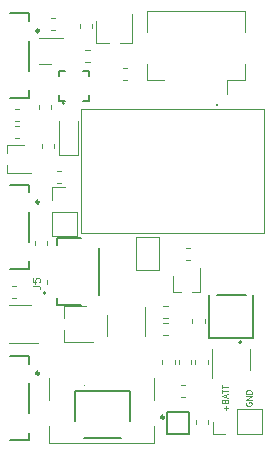
<source format=gbr>
%TF.GenerationSoftware,KiCad,Pcbnew,(5.99.0-8775-g06a515339c)*%
%TF.CreationDate,2021-02-12T19:12:04-05:00*%
%TF.ProjectId,mk2,6d6b322e-6b69-4636-9164-5f7063625858,rev?*%
%TF.SameCoordinates,Original*%
%TF.FileFunction,Legend,Top*%
%TF.FilePolarity,Positive*%
%FSLAX46Y46*%
G04 Gerber Fmt 4.6, Leading zero omitted, Abs format (unit mm)*
G04 Created by KiCad (PCBNEW (5.99.0-8775-g06a515339c)) date 2021-02-12 19:12:04*
%MOMM*%
%LPD*%
G01*
G04 APERTURE LIST*
%ADD10C,0.125000*%
%ADD11C,0.015000*%
%ADD12C,0.120000*%
%ADD13C,0.150000*%
%ADD14C,0.250000*%
%ADD15C,0.127000*%
%ADD16C,0.100000*%
%ADD17C,0.200000*%
G04 APERTURE END LIST*
D10*
X33750000Y-46130952D02*
X33726190Y-46178571D01*
X33726190Y-46250000D01*
X33750000Y-46321428D01*
X33797619Y-46369047D01*
X33845238Y-46392857D01*
X33940476Y-46416666D01*
X34011904Y-46416666D01*
X34107142Y-46392857D01*
X34154761Y-46369047D01*
X34202380Y-46321428D01*
X34226190Y-46250000D01*
X34226190Y-46202380D01*
X34202380Y-46130952D01*
X34178571Y-46107142D01*
X34011904Y-46107142D01*
X34011904Y-46202380D01*
X34226190Y-45892857D02*
X33726190Y-45892857D01*
X34226190Y-45607142D01*
X33726190Y-45607142D01*
X34226190Y-45369047D02*
X33726190Y-45369047D01*
X33726190Y-45250000D01*
X33750000Y-45178571D01*
X33797619Y-45130952D01*
X33845238Y-45107142D01*
X33940476Y-45083333D01*
X34011904Y-45083333D01*
X34107142Y-45107142D01*
X34154761Y-45130952D01*
X34202380Y-45178571D01*
X34226190Y-45250000D01*
X34226190Y-45369047D01*
X32035714Y-46785714D02*
X32035714Y-46404761D01*
X32226190Y-46595238D02*
X31845238Y-46595238D01*
X31964285Y-46000000D02*
X31988095Y-45928571D01*
X32011904Y-45904761D01*
X32059523Y-45880952D01*
X32130952Y-45880952D01*
X32178571Y-45904761D01*
X32202380Y-45928571D01*
X32226190Y-45976190D01*
X32226190Y-46166666D01*
X31726190Y-46166666D01*
X31726190Y-46000000D01*
X31750000Y-45952380D01*
X31773809Y-45928571D01*
X31821428Y-45904761D01*
X31869047Y-45904761D01*
X31916666Y-45928571D01*
X31940476Y-45952380D01*
X31964285Y-46000000D01*
X31964285Y-46166666D01*
X32083333Y-45690476D02*
X32083333Y-45452380D01*
X32226190Y-45738095D02*
X31726190Y-45571428D01*
X32226190Y-45404761D01*
X31726190Y-45309523D02*
X31726190Y-45023809D01*
X32226190Y-45166666D02*
X31726190Y-45166666D01*
X31726190Y-44928571D02*
X31726190Y-44642857D01*
X32226190Y-44785714D02*
X31726190Y-44785714D01*
D11*
%TO.C,J5*%
X15673123Y-36233333D02*
X16130266Y-36233333D01*
X16221695Y-36263809D01*
X16282647Y-36324761D01*
X16313123Y-36416190D01*
X16313123Y-36477142D01*
X15673123Y-35623809D02*
X15673123Y-35928571D01*
X15977885Y-35959047D01*
X15947409Y-35928571D01*
X15916933Y-35867619D01*
X15916933Y-35715238D01*
X15947409Y-35654285D01*
X15977885Y-35623809D01*
X16038838Y-35593333D01*
X16191219Y-35593333D01*
X16252171Y-35623809D01*
X16282647Y-35654285D01*
X16313123Y-35715238D01*
X16313123Y-35867619D01*
X16282647Y-35928571D01*
X16252171Y-35959047D01*
D12*
%TO.C,R4*%
X27095267Y-39368000D02*
X26752733Y-39368000D01*
X27095267Y-40388000D02*
X26752733Y-40388000D01*
%TO.C,R13*%
X29000267Y-33018000D02*
X28657733Y-33018000D01*
X29000267Y-34038000D02*
X28657733Y-34038000D01*
%TO.C,R14*%
X29208000Y-39071733D02*
X29208000Y-39414267D01*
X30228000Y-39071733D02*
X30228000Y-39414267D01*
D13*
%TO.C,U6*%
X27075000Y-48802000D02*
X27075000Y-46952000D01*
X28925000Y-48802000D02*
X27075000Y-48802000D01*
X27075000Y-46952000D02*
X28925000Y-46952000D01*
X28925000Y-46952000D02*
X28925000Y-48802000D01*
D14*
X26807000Y-47377000D02*
G75*
G03*
X26807000Y-47377000I-125000J0D01*
G01*
D12*
%TO.C,C4*%
X15873000Y-36112267D02*
X15873000Y-35769733D01*
X16893000Y-36112267D02*
X16893000Y-35769733D01*
%TO.C,C9*%
X23666267Y-17778000D02*
X23323733Y-17778000D01*
X23666267Y-18798000D02*
X23323733Y-18798000D01*
%TO.C,C8*%
X20703000Y-14395267D02*
X20703000Y-14052733D01*
X19683000Y-14395267D02*
X19683000Y-14052733D01*
D15*
%TO.C,U4*%
X20447000Y-20574000D02*
X19977000Y-20574000D01*
X20447000Y-20574000D02*
X20447000Y-20104000D01*
X20447000Y-18034000D02*
X19977000Y-18034000D01*
X20447000Y-18034000D02*
X20447000Y-18504000D01*
X17907000Y-20574000D02*
X17907000Y-20104000D01*
X17907000Y-20574000D02*
X18377000Y-20574000D01*
X17907000Y-18034000D02*
X17907000Y-18504000D01*
X17907000Y-18034000D02*
X18377000Y-18034000D01*
D13*
X18352000Y-20804000D02*
G75*
G03*
X18352000Y-20804000I-75000J0D01*
G01*
D12*
%TO.C,R15*%
X14546267Y-23760000D02*
X14203733Y-23760000D01*
X14546267Y-22740000D02*
X14203733Y-22740000D01*
D16*
%TO.C,IC1*%
X35250000Y-21250000D02*
X35250000Y-31750000D01*
X31300000Y-20900000D02*
X31300000Y-20900000D01*
X35250000Y-31750000D02*
X19750000Y-31750000D01*
X19750000Y-31750000D02*
X19750000Y-21250000D01*
X19750000Y-21250000D02*
X35250000Y-21250000D01*
X31200000Y-20900000D02*
X31200000Y-20900000D01*
X31200000Y-20900000D02*
G75*
G02*
X31300000Y-20900000I50000J0D01*
G01*
X31300000Y-20900000D02*
G75*
G02*
X31200000Y-20900000I-50000J0D01*
G01*
D12*
%TO.C,U3*%
X34110000Y-43400000D02*
X34110000Y-41600000D01*
X30890000Y-41600000D02*
X30890000Y-44050000D01*
%TO.C,C10*%
X29490000Y-47923267D02*
X29490000Y-47580733D01*
X30510000Y-47923267D02*
X30510000Y-47580733D01*
%TO.C,D1*%
X18360000Y-39000000D02*
X18360000Y-37950000D01*
X18360000Y-37950000D02*
X20210000Y-37950000D01*
X18360000Y-41000000D02*
X18360000Y-40000000D01*
X18380000Y-41010000D02*
X20810000Y-41010000D01*
%TO.C,Q4*%
X13520000Y-26660000D02*
X13520000Y-26000000D01*
X13520000Y-25000000D02*
X13520000Y-24340000D01*
X14930000Y-24340000D02*
X13520000Y-24340000D01*
X13520000Y-26660000D02*
X15550000Y-26660000D01*
%TO.C,C20*%
X28546267Y-44617000D02*
X28203733Y-44617000D01*
X28546267Y-45637000D02*
X28203733Y-45637000D01*
%TO.C,U5*%
X22012000Y-38724000D02*
X22012000Y-40524000D01*
X25232000Y-40524000D02*
X25232000Y-38074000D01*
%TO.C,D2*%
X24116000Y-15662000D02*
X24116000Y-13232000D01*
X21056000Y-15682000D02*
X21056000Y-13832000D01*
X22106000Y-15682000D02*
X21056000Y-15682000D01*
X24106000Y-15682000D02*
X23106000Y-15682000D01*
%TO.C,JP2*%
X24400000Y-34928000D02*
X24400000Y-32128000D01*
X24400000Y-32128000D02*
X26400000Y-32128000D01*
X26400000Y-34928000D02*
X24400000Y-34928000D01*
X26400000Y-32128000D02*
X26400000Y-34928000D01*
D13*
%TO.C,SW2*%
X15375000Y-13175000D02*
X15375000Y-13825000D01*
X15375000Y-15475000D02*
X15375000Y-18025000D01*
X13775000Y-20325000D02*
X15375000Y-20325000D01*
X15375000Y-19675000D02*
X15375000Y-20325000D01*
X13775000Y-13175000D02*
X15375000Y-13175000D01*
D14*
X16220000Y-14650000D02*
G75*
G03*
X16220000Y-14650000I-125000J0D01*
G01*
D12*
%TO.C,J1*%
X25350000Y-18800000D02*
X25350000Y-17460000D01*
X32160000Y-18800000D02*
X32160000Y-20000000D01*
X26840000Y-18800000D02*
X25350000Y-18800000D01*
X25350000Y-13000000D02*
X25350000Y-14740000D01*
X33650000Y-18800000D02*
X33650000Y-17460000D01*
X32160000Y-18800000D02*
X33650000Y-18800000D01*
X33650000Y-14740000D02*
X33650000Y-13000000D01*
X33650000Y-13000000D02*
X25350000Y-13000000D01*
D15*
%TO.C,J7*%
X19240000Y-45144000D02*
X19240000Y-47674000D01*
X23940000Y-45144000D02*
X23940000Y-47674000D01*
X19240000Y-45144000D02*
X23940000Y-45144000D01*
X20020000Y-49144000D02*
X23160000Y-49144000D01*
D16*
X20040000Y-44694000D02*
G75*
G03*
X20040000Y-44694000I-50000J0D01*
G01*
D12*
%TO.C,R9*%
X30482000Y-42500733D02*
X30482000Y-42843267D01*
X29462000Y-42500733D02*
X29462000Y-42843267D01*
D15*
%TO.C,J4*%
X34350000Y-37025000D02*
X34350000Y-40625000D01*
X30650000Y-40625000D02*
X30650000Y-37025000D01*
X33700000Y-37025000D02*
X31300000Y-37025000D01*
X34350000Y-40625000D02*
X30650000Y-40625000D01*
D17*
X33350000Y-41002000D02*
G75*
G03*
X33350000Y-41002000I-100000J0D01*
G01*
D12*
%TO.C,C2*%
X17510000Y-24203733D02*
X17510000Y-24546267D01*
X16490000Y-24203733D02*
X16490000Y-24546267D01*
%TO.C,C5*%
X20148733Y-17274000D02*
X20491267Y-17274000D01*
X20148733Y-16254000D02*
X20491267Y-16254000D01*
%TO.C,BT1*%
X32000000Y-48810000D02*
X30940000Y-48810000D01*
X33000000Y-48810000D02*
X35060000Y-48810000D01*
X35060000Y-48810000D02*
X35060000Y-46690000D01*
X30940000Y-48810000D02*
X30940000Y-47750000D01*
X33000000Y-48810000D02*
X33000000Y-46690000D01*
X33000000Y-46690000D02*
X35060000Y-46690000D01*
D13*
%TO.C,SW4*%
X15375000Y-48675000D02*
X15375000Y-49325000D01*
X13775000Y-42175000D02*
X15375000Y-42175000D01*
X15375000Y-42175000D02*
X15375000Y-42825000D01*
X15375000Y-44475000D02*
X15375000Y-47025000D01*
X13775000Y-49325000D02*
X15375000Y-49325000D01*
D14*
X16220000Y-43650000D02*
G75*
G03*
X16220000Y-43650000I-125000J0D01*
G01*
D12*
%TO.C,C6*%
X17570267Y-13587000D02*
X17227733Y-13587000D01*
X17570267Y-14607000D02*
X17227733Y-14607000D01*
%TO.C,Q3*%
X29862000Y-36798000D02*
X29202000Y-36798000D01*
X29862000Y-36798000D02*
X29862000Y-34768000D01*
X28202000Y-36798000D02*
X27542000Y-36798000D01*
X27542000Y-35388000D02*
X27542000Y-36798000D01*
%TO.C,U1*%
X17253000Y-17493000D02*
X16253000Y-17493000D01*
X18253000Y-15273000D02*
X16253000Y-15273000D01*
%TO.C,Y1*%
X17950000Y-25150000D02*
X19550000Y-25150000D01*
X17950000Y-22300000D02*
X17950000Y-25150000D01*
X19550000Y-25150000D02*
X19550000Y-22300000D01*
%TO.C,J2*%
X25970000Y-49590000D02*
X25970000Y-48130000D01*
X17030000Y-44080000D02*
X17030000Y-45880000D01*
X17030000Y-49590000D02*
X17030000Y-48130000D01*
X25970000Y-49590000D02*
X17030000Y-49590000D01*
X25970000Y-44080000D02*
X25970000Y-45880000D01*
%TO.C,C7*%
X15873000Y-32467733D02*
X15873000Y-32810267D01*
X16893000Y-32467733D02*
X16893000Y-32810267D01*
%TO.C,R3*%
X27095267Y-38991000D02*
X26752733Y-38991000D01*
X27095267Y-37971000D02*
X26752733Y-37971000D01*
%TO.C,R11*%
X27688000Y-42843267D02*
X27688000Y-42500733D01*
X26668000Y-42843267D02*
X26668000Y-42500733D01*
%TO.C,R16*%
X14546267Y-22260000D02*
X14203733Y-22260000D01*
X14546267Y-21240000D02*
X14203733Y-21240000D01*
D15*
%TO.C,J5*%
X17730000Y-37302000D02*
X17730000Y-37902000D01*
X21330000Y-37052000D02*
X21330000Y-33052000D01*
X17730000Y-37902000D02*
X19780000Y-37902000D01*
X17730000Y-32802000D02*
X17730000Y-32202000D01*
X17730000Y-32202000D02*
X19780000Y-32202000D01*
D17*
X16795000Y-36857000D02*
G75*
G03*
X16795000Y-36857000I-100000J0D01*
G01*
D12*
%TO.C,C3*%
X18046267Y-26490000D02*
X17703733Y-26490000D01*
X18046267Y-27510000D02*
X17703733Y-27510000D01*
D13*
%TO.C,SW1*%
X15375000Y-34175000D02*
X15375000Y-34825000D01*
X15375000Y-29975000D02*
X15375000Y-32525000D01*
X15375000Y-27675000D02*
X15375000Y-28325000D01*
X13775000Y-34825000D02*
X15375000Y-34825000D01*
X13775000Y-27675000D02*
X15375000Y-27675000D01*
D14*
X16220000Y-29150000D02*
G75*
G03*
X16220000Y-29150000I-125000J0D01*
G01*
D12*
%TO.C,J3*%
X17355000Y-27912000D02*
X18415000Y-27912000D01*
X19475000Y-29972000D02*
X19475000Y-32032000D01*
X17355000Y-29972000D02*
X17355000Y-32032000D01*
X17355000Y-29972000D02*
X19475000Y-29972000D01*
X17355000Y-32032000D02*
X19475000Y-32032000D01*
X17355000Y-28972000D02*
X17355000Y-27912000D01*
%TO.C,R12*%
X29085000Y-42843267D02*
X29085000Y-42500733D01*
X28065000Y-42843267D02*
X28065000Y-42500733D01*
%TO.C,U2*%
X15500000Y-37840000D02*
X13700000Y-37840000D01*
X13700000Y-41060000D02*
X16150000Y-41060000D01*
%TO.C,L1*%
X13953733Y-36240000D02*
X14296267Y-36240000D01*
X13953733Y-37260000D02*
X14296267Y-37260000D01*
%TO.C,C1*%
X16240000Y-20953733D02*
X16240000Y-21296267D01*
X17260000Y-20953733D02*
X17260000Y-21296267D01*
%TD*%
M02*

</source>
